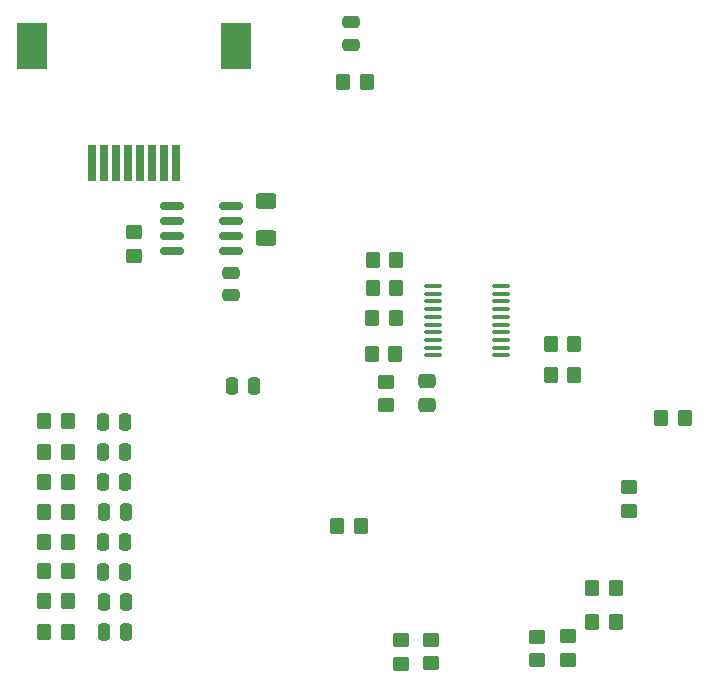
<source format=gbr>
%TF.GenerationSoftware,KiCad,Pcbnew,8.0.0-8.0.0-1~ubuntu20.04.1*%
%TF.CreationDate,2024-06-18T17:36:17-06:00*%
%TF.ProjectId,BioReactify,42696f52-6561-4637-9469-66792e6b6963,rev?*%
%TF.SameCoordinates,Original*%
%TF.FileFunction,Paste,Top*%
%TF.FilePolarity,Positive*%
%FSLAX46Y46*%
G04 Gerber Fmt 4.6, Leading zero omitted, Abs format (unit mm)*
G04 Created by KiCad (PCBNEW 8.0.0-8.0.0-1~ubuntu20.04.1) date 2024-06-18 17:36:17*
%MOMM*%
%LPD*%
G01*
G04 APERTURE LIST*
G04 Aperture macros list*
%AMRoundRect*
0 Rectangle with rounded corners*
0 $1 Rounding radius*
0 $2 $3 $4 $5 $6 $7 $8 $9 X,Y pos of 4 corners*
0 Add a 4 corners polygon primitive as box body*
4,1,4,$2,$3,$4,$5,$6,$7,$8,$9,$2,$3,0*
0 Add four circle primitives for the rounded corners*
1,1,$1+$1,$2,$3*
1,1,$1+$1,$4,$5*
1,1,$1+$1,$6,$7*
1,1,$1+$1,$8,$9*
0 Add four rect primitives between the rounded corners*
20,1,$1+$1,$2,$3,$4,$5,0*
20,1,$1+$1,$4,$5,$6,$7,0*
20,1,$1+$1,$6,$7,$8,$9,0*
20,1,$1+$1,$8,$9,$2,$3,0*%
G04 Aperture macros list end*
%ADD10R,0.650000X3.050000*%
%ADD11R,2.500000X3.890000*%
%ADD12RoundRect,0.250000X0.250000X0.475000X-0.250000X0.475000X-0.250000X-0.475000X0.250000X-0.475000X0*%
%ADD13RoundRect,0.250000X-0.350000X-0.450000X0.350000X-0.450000X0.350000X0.450000X-0.350000X0.450000X0*%
%ADD14RoundRect,0.250000X0.350000X0.450000X-0.350000X0.450000X-0.350000X-0.450000X0.350000X-0.450000X0*%
%ADD15RoundRect,0.250000X0.450000X-0.350000X0.450000X0.350000X-0.450000X0.350000X-0.450000X-0.350000X0*%
%ADD16RoundRect,0.250000X-0.450000X0.350000X-0.450000X-0.350000X0.450000X-0.350000X0.450000X0.350000X0*%
%ADD17RoundRect,0.250000X-0.475000X0.337500X-0.475000X-0.337500X0.475000X-0.337500X0.475000X0.337500X0*%
%ADD18RoundRect,0.250000X-0.475000X0.250000X-0.475000X-0.250000X0.475000X-0.250000X0.475000X0.250000X0*%
%ADD19RoundRect,0.150000X0.825000X0.150000X-0.825000X0.150000X-0.825000X-0.150000X0.825000X-0.150000X0*%
%ADD20RoundRect,0.100000X0.637500X0.100000X-0.637500X0.100000X-0.637500X-0.100000X0.637500X-0.100000X0*%
%ADD21RoundRect,0.250000X-0.625000X0.400000X-0.625000X-0.400000X0.625000X-0.400000X0.625000X0.400000X0*%
G04 APERTURE END LIST*
D10*
%TO.C,IC1*%
X155239900Y-35690950D03*
X156260000Y-35690950D03*
X157279800Y-35690950D03*
X158299800Y-35690950D03*
X159319900Y-35690950D03*
X160340000Y-35690950D03*
X161359800Y-35690950D03*
X162379800Y-35690950D03*
D11*
X167470000Y-25710950D03*
X150150000Y-25710950D03*
%TD*%
D12*
%TO.C,C10*%
X158140000Y-75335000D03*
X156240000Y-75335000D03*
%TD*%
D13*
%TO.C,R3*%
X178980000Y-48760000D03*
X180980000Y-48760000D03*
%TD*%
%TO.C,R4*%
X203440000Y-57280000D03*
X205440000Y-57280000D03*
%TD*%
D14*
%TO.C,R26*%
X178000000Y-66360000D03*
X176000000Y-66360000D03*
%TD*%
%TO.C,R6*%
X196110000Y-53580000D03*
X194110000Y-53580000D03*
%TD*%
%TO.C,R22*%
X153200000Y-67725000D03*
X151200000Y-67725000D03*
%TD*%
D12*
%TO.C,C8*%
X158090000Y-70285000D03*
X156190000Y-70285000D03*
%TD*%
%TO.C,C7*%
X158090000Y-67780000D03*
X156190000Y-67780000D03*
%TD*%
D14*
%TO.C,R25*%
X153200000Y-75375000D03*
X151200000Y-75375000D03*
%TD*%
D15*
%TO.C,R5*%
X200760000Y-65120000D03*
X200760000Y-63120000D03*
%TD*%
D13*
%TO.C,R15*%
X179010000Y-46240000D03*
X181010000Y-46240000D03*
%TD*%
D14*
%TO.C,R18*%
X153200000Y-57525000D03*
X151200000Y-57525000D03*
%TD*%
D16*
%TO.C,R13*%
X183950000Y-76010000D03*
X183950000Y-78010000D03*
%TD*%
%TO.C,R2*%
X180150000Y-54160000D03*
X180150000Y-56160000D03*
%TD*%
%TO.C,R10*%
X195520000Y-75730000D03*
X195520000Y-77730000D03*
%TD*%
D14*
%TO.C,R27*%
X178510000Y-28770000D03*
X176510000Y-28770000D03*
%TD*%
D17*
%TO.C,C1*%
X183620000Y-54085000D03*
X183620000Y-56160000D03*
%TD*%
D15*
%TO.C,R17*%
X158850000Y-43500000D03*
X158850000Y-41500000D03*
%TD*%
D18*
%TO.C,C11*%
X167040000Y-44950000D03*
X167040000Y-46850000D03*
%TD*%
D12*
%TO.C,C4*%
X158090000Y-60135000D03*
X156190000Y-60135000D03*
%TD*%
D13*
%TO.C,R8*%
X197590000Y-74480000D03*
X199590000Y-74480000D03*
%TD*%
D18*
%TO.C,C12*%
X177200000Y-23750000D03*
X177200000Y-25650000D03*
%TD*%
D12*
%TO.C,C3*%
X158090000Y-57585000D03*
X156190000Y-57585000D03*
%TD*%
D13*
%TO.C,R7*%
X197590000Y-71600000D03*
X199590000Y-71600000D03*
%TD*%
D14*
%TO.C,R23*%
X153200000Y-70225000D03*
X151200000Y-70225000D03*
%TD*%
D13*
%TO.C,R1*%
X178950000Y-51840000D03*
X180950000Y-51840000D03*
%TD*%
D19*
%TO.C,U3*%
X167025000Y-43105000D03*
X167025000Y-41835000D03*
X167025000Y-40565000D03*
X167025000Y-39295000D03*
X162075000Y-39295000D03*
X162075000Y-40565000D03*
X162075000Y-41835000D03*
X162075000Y-43105000D03*
%TD*%
D14*
%TO.C,R24*%
X153200000Y-72775000D03*
X151200000Y-72775000D03*
%TD*%
D12*
%TO.C,C2*%
X169000000Y-54500000D03*
X167100000Y-54500000D03*
%TD*%
%TO.C,C5*%
X158090000Y-62635000D03*
X156190000Y-62635000D03*
%TD*%
D20*
%TO.C,U2*%
X189862500Y-51925000D03*
X189862500Y-51275000D03*
X189862500Y-50625000D03*
X189862500Y-49975000D03*
X189862500Y-49325000D03*
X189862500Y-48675000D03*
X189862500Y-48025000D03*
X189862500Y-47375000D03*
X189862500Y-46725000D03*
X189862500Y-46075000D03*
X184137500Y-46075000D03*
X184137500Y-46725000D03*
X184137500Y-47375000D03*
X184137500Y-48025000D03*
X184137500Y-48675000D03*
X184137500Y-49325000D03*
X184137500Y-49975000D03*
X184137500Y-50625000D03*
X184137500Y-51275000D03*
X184137500Y-51925000D03*
%TD*%
D16*
%TO.C,R14*%
X181440000Y-76030000D03*
X181440000Y-78030000D03*
%TD*%
D14*
%TO.C,R19*%
X153200000Y-60125000D03*
X151200000Y-60125000D03*
%TD*%
D16*
%TO.C,R11*%
X192970000Y-75750000D03*
X192970000Y-77750000D03*
%TD*%
D14*
%TO.C,R9*%
X196110000Y-50940000D03*
X194110000Y-50940000D03*
%TD*%
D13*
%TO.C,R12*%
X179030000Y-43830000D03*
X181030000Y-43830000D03*
%TD*%
D14*
%TO.C,R20*%
X153200000Y-62675000D03*
X151200000Y-62675000D03*
%TD*%
D21*
%TO.C,R16*%
X170012500Y-38900000D03*
X170012500Y-42000000D03*
%TD*%
D12*
%TO.C,C6*%
X158150000Y-65230000D03*
X156250000Y-65230000D03*
%TD*%
%TO.C,C9*%
X158140000Y-72835000D03*
X156240000Y-72835000D03*
%TD*%
D14*
%TO.C,R21*%
X153200000Y-65225000D03*
X151200000Y-65225000D03*
%TD*%
M02*

</source>
